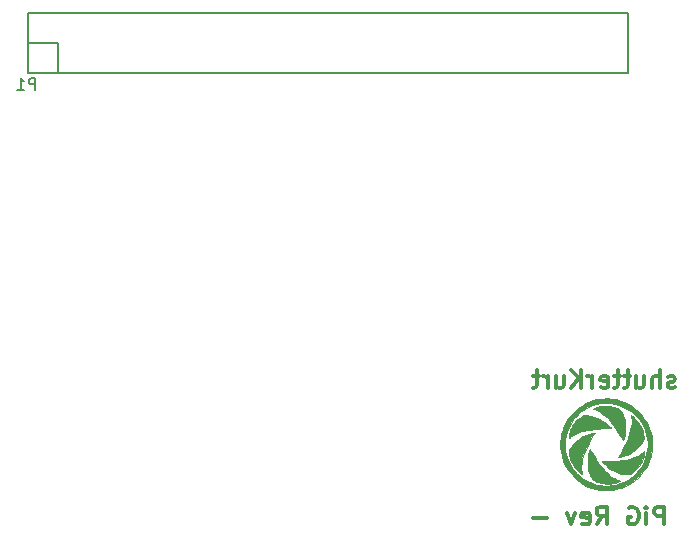
<source format=gbo>
G04 #@! TF.FileFunction,Legend,Bot*
%FSLAX46Y46*%
G04 Gerber Fmt 4.6, Leading zero omitted, Abs format (unit mm)*
G04 Created by KiCad (PCBNEW (2014-11-22 BZR 5299)-product) date Sun 01 Mar 2015 05:03:53 PM EST*
%MOMM*%
G01*
G04 APERTURE LIST*
%ADD10C,0.150000*%
%ADD11C,0.300000*%
%ADD12C,0.033000*%
G04 APERTURE END LIST*
D10*
D11*
X120899286Y-96111143D02*
X120756429Y-96182571D01*
X120470714Y-96182571D01*
X120327857Y-96111143D01*
X120256429Y-95968286D01*
X120256429Y-95896857D01*
X120327857Y-95754000D01*
X120470714Y-95682571D01*
X120685000Y-95682571D01*
X120827857Y-95611143D01*
X120899286Y-95468286D01*
X120899286Y-95396857D01*
X120827857Y-95254000D01*
X120685000Y-95182571D01*
X120470714Y-95182571D01*
X120327857Y-95254000D01*
X119613571Y-96182571D02*
X119613571Y-94682571D01*
X118970714Y-96182571D02*
X118970714Y-95396857D01*
X119042143Y-95254000D01*
X119185000Y-95182571D01*
X119399285Y-95182571D01*
X119542143Y-95254000D01*
X119613571Y-95325429D01*
X117613571Y-95182571D02*
X117613571Y-96182571D01*
X118256428Y-95182571D02*
X118256428Y-95968286D01*
X118185000Y-96111143D01*
X118042142Y-96182571D01*
X117827857Y-96182571D01*
X117685000Y-96111143D01*
X117613571Y-96039714D01*
X117113571Y-95182571D02*
X116542142Y-95182571D01*
X116899285Y-94682571D02*
X116899285Y-95968286D01*
X116827857Y-96111143D01*
X116684999Y-96182571D01*
X116542142Y-96182571D01*
X116256428Y-95182571D02*
X115684999Y-95182571D01*
X116042142Y-94682571D02*
X116042142Y-95968286D01*
X115970714Y-96111143D01*
X115827856Y-96182571D01*
X115684999Y-96182571D01*
X114613571Y-96111143D02*
X114756428Y-96182571D01*
X115042142Y-96182571D01*
X115184999Y-96111143D01*
X115256428Y-95968286D01*
X115256428Y-95396857D01*
X115184999Y-95254000D01*
X115042142Y-95182571D01*
X114756428Y-95182571D01*
X114613571Y-95254000D01*
X114542142Y-95396857D01*
X114542142Y-95539714D01*
X115256428Y-95682571D01*
X113899285Y-96182571D02*
X113899285Y-95182571D01*
X113899285Y-95468286D02*
X113827857Y-95325429D01*
X113756428Y-95254000D01*
X113613571Y-95182571D01*
X113470714Y-95182571D01*
X112970714Y-96182571D02*
X112970714Y-94682571D01*
X112113571Y-96182571D02*
X112756428Y-95325429D01*
X112113571Y-94682571D02*
X112970714Y-95539714D01*
X110827857Y-95182571D02*
X110827857Y-96182571D01*
X111470714Y-95182571D02*
X111470714Y-95968286D01*
X111399286Y-96111143D01*
X111256428Y-96182571D01*
X111042143Y-96182571D01*
X110899286Y-96111143D01*
X110827857Y-96039714D01*
X110113571Y-96182571D02*
X110113571Y-95182571D01*
X110113571Y-95468286D02*
X110042143Y-95325429D01*
X109970714Y-95254000D01*
X109827857Y-95182571D01*
X109685000Y-95182571D01*
X109399286Y-95182571D02*
X108827857Y-95182571D01*
X109185000Y-94682571D02*
X109185000Y-95968286D01*
X109113572Y-96111143D01*
X108970714Y-96182571D01*
X108827857Y-96182571D01*
X119962714Y-107739571D02*
X119962714Y-106239571D01*
X119391286Y-106239571D01*
X119248428Y-106311000D01*
X119177000Y-106382429D01*
X119105571Y-106525286D01*
X119105571Y-106739571D01*
X119177000Y-106882429D01*
X119248428Y-106953857D01*
X119391286Y-107025286D01*
X119962714Y-107025286D01*
X118462714Y-107739571D02*
X118462714Y-106739571D01*
X118462714Y-106239571D02*
X118534143Y-106311000D01*
X118462714Y-106382429D01*
X118391286Y-106311000D01*
X118462714Y-106239571D01*
X118462714Y-106382429D01*
X116962714Y-106311000D02*
X117105571Y-106239571D01*
X117319857Y-106239571D01*
X117534142Y-106311000D01*
X117677000Y-106453857D01*
X117748428Y-106596714D01*
X117819857Y-106882429D01*
X117819857Y-107096714D01*
X117748428Y-107382429D01*
X117677000Y-107525286D01*
X117534142Y-107668143D01*
X117319857Y-107739571D01*
X117177000Y-107739571D01*
X116962714Y-107668143D01*
X116891285Y-107596714D01*
X116891285Y-107096714D01*
X117177000Y-107096714D01*
X114248428Y-107739571D02*
X114748428Y-107025286D01*
X115105571Y-107739571D02*
X115105571Y-106239571D01*
X114534143Y-106239571D01*
X114391285Y-106311000D01*
X114319857Y-106382429D01*
X114248428Y-106525286D01*
X114248428Y-106739571D01*
X114319857Y-106882429D01*
X114391285Y-106953857D01*
X114534143Y-107025286D01*
X115105571Y-107025286D01*
X113034143Y-107668143D02*
X113177000Y-107739571D01*
X113462714Y-107739571D01*
X113605571Y-107668143D01*
X113677000Y-107525286D01*
X113677000Y-106953857D01*
X113605571Y-106811000D01*
X113462714Y-106739571D01*
X113177000Y-106739571D01*
X113034143Y-106811000D01*
X112962714Y-106953857D01*
X112962714Y-107096714D01*
X113677000Y-107239571D01*
X112462714Y-106739571D02*
X112105571Y-107739571D01*
X111748429Y-106739571D01*
X110034143Y-107168143D02*
X108891286Y-107168143D01*
D10*
X116900000Y-64460000D02*
X66100000Y-64460000D01*
X68640000Y-69540000D02*
X116900000Y-69540000D01*
X116900000Y-64460000D02*
X116900000Y-69540000D01*
X66100000Y-64460000D02*
X66100000Y-67000000D01*
X66100000Y-69540000D02*
X68640000Y-69540000D01*
X66100000Y-67000000D02*
X68640000Y-67000000D01*
X68640000Y-67000000D02*
X68640000Y-69540000D01*
X66100000Y-69540000D02*
X66100000Y-67000000D01*
D12*
G36*
X118946544Y-101096251D02*
X118941825Y-100732566D01*
X118903278Y-100372620D01*
X118831434Y-100018639D01*
X118726823Y-99672852D01*
X118589976Y-99337489D01*
X118567065Y-99293624D01*
X118567065Y-101118170D01*
X118535311Y-101456325D01*
X118470190Y-101791277D01*
X118371699Y-102120818D01*
X118239840Y-102442741D01*
X118074612Y-102754838D01*
X117876016Y-103054901D01*
X117855019Y-103083228D01*
X117778306Y-103178076D01*
X117680579Y-103287452D01*
X117569578Y-103403619D01*
X117453039Y-103518839D01*
X117338701Y-103625374D01*
X117234301Y-103715486D01*
X117180228Y-103758019D01*
X116881446Y-103959846D01*
X116570417Y-104128304D01*
X116249350Y-104263393D01*
X115920450Y-104365114D01*
X115585925Y-104433466D01*
X115247983Y-104468450D01*
X114908830Y-104470065D01*
X114570675Y-104438312D01*
X114235723Y-104373190D01*
X113906182Y-104274699D01*
X113584259Y-104142840D01*
X113272162Y-103977612D01*
X112972099Y-103779016D01*
X112943772Y-103758019D01*
X112848924Y-103681306D01*
X112739548Y-103583580D01*
X112623381Y-103472578D01*
X112508161Y-103356040D01*
X112401626Y-103241701D01*
X112311514Y-103137302D01*
X112268981Y-103083228D01*
X112067154Y-102784446D01*
X111898696Y-102473417D01*
X111763607Y-102152350D01*
X111661886Y-101823450D01*
X111593534Y-101488925D01*
X111558550Y-101150983D01*
X111556935Y-100811830D01*
X111588688Y-100473675D01*
X111653810Y-100138723D01*
X111752301Y-99809182D01*
X111884160Y-99487260D01*
X112049388Y-99175163D01*
X112247984Y-98875099D01*
X112268981Y-98846772D01*
X112345694Y-98751924D01*
X112443420Y-98642548D01*
X112554422Y-98526381D01*
X112670960Y-98411161D01*
X112785299Y-98304627D01*
X112889698Y-98214515D01*
X112943772Y-98171981D01*
X113240029Y-97971950D01*
X113550966Y-97803567D01*
X113874038Y-97667520D01*
X114206700Y-97564496D01*
X114546408Y-97495181D01*
X114890617Y-97460264D01*
X115236784Y-97460430D01*
X115492896Y-97483569D01*
X115847455Y-97547412D01*
X116190351Y-97645643D01*
X116520891Y-97777979D01*
X116838385Y-97944137D01*
X117142140Y-98143837D01*
X117180228Y-98171981D01*
X117275076Y-98248694D01*
X117384452Y-98346421D01*
X117500619Y-98457422D01*
X117615839Y-98573961D01*
X117722373Y-98688299D01*
X117812485Y-98792699D01*
X117855019Y-98846772D01*
X118056846Y-99145554D01*
X118225304Y-99456583D01*
X118360393Y-99777650D01*
X118462114Y-100106550D01*
X118530466Y-100441075D01*
X118565450Y-100779017D01*
X118567065Y-101118170D01*
X118567065Y-99293624D01*
X118421424Y-99014779D01*
X118221698Y-98706950D01*
X117991328Y-98416230D01*
X117807514Y-98219486D01*
X117529018Y-97966166D01*
X117231215Y-97743020D01*
X116916137Y-97550779D01*
X116585818Y-97390175D01*
X116242292Y-97261939D01*
X115887592Y-97166801D01*
X115523752Y-97105493D01*
X115152806Y-97078746D01*
X114776787Y-97087291D01*
X114680173Y-97095220D01*
X114322018Y-97146896D01*
X113972528Y-97232628D01*
X113633855Y-97350693D01*
X113308151Y-97499370D01*
X112997565Y-97676938D01*
X112704250Y-97881676D01*
X112430357Y-98111863D01*
X112178037Y-98365776D01*
X111949441Y-98641696D01*
X111746721Y-98937900D01*
X111572027Y-99252667D01*
X111427512Y-99584277D01*
X111371576Y-99742561D01*
X111271626Y-100104084D01*
X111207096Y-100468557D01*
X111177456Y-100833749D01*
X111182175Y-101197434D01*
X111220722Y-101557381D01*
X111292566Y-101911362D01*
X111397177Y-102257148D01*
X111534023Y-102592511D01*
X111702575Y-102915221D01*
X111902302Y-103223051D01*
X112132672Y-103513770D01*
X112316486Y-103710514D01*
X112593417Y-103962342D01*
X112889625Y-104184292D01*
X113202850Y-104375683D01*
X113530832Y-104535831D01*
X113871311Y-104664055D01*
X114222028Y-104759673D01*
X114580721Y-104822002D01*
X114945130Y-104850360D01*
X115312997Y-104844066D01*
X115682060Y-104802435D01*
X115838975Y-104773824D01*
X116193429Y-104683532D01*
X116535672Y-104560315D01*
X116863619Y-104406025D01*
X117175187Y-104222511D01*
X117468290Y-104011623D01*
X117740847Y-103775212D01*
X117990771Y-103515127D01*
X118215979Y-103233219D01*
X118414387Y-102931338D01*
X118583911Y-102611334D01*
X118722467Y-102275056D01*
X118752424Y-102187440D01*
X118852374Y-101825916D01*
X118916904Y-101461444D01*
X118946544Y-101096251D01*
X118946544Y-101096251D01*
X118946544Y-101096251D01*
G37*
X118946544Y-101096251D02*
X118941825Y-100732566D01*
X118903278Y-100372620D01*
X118831434Y-100018639D01*
X118726823Y-99672852D01*
X118589976Y-99337489D01*
X118567065Y-99293624D01*
X118567065Y-101118170D01*
X118535311Y-101456325D01*
X118470190Y-101791277D01*
X118371699Y-102120818D01*
X118239840Y-102442741D01*
X118074612Y-102754838D01*
X117876016Y-103054901D01*
X117855019Y-103083228D01*
X117778306Y-103178076D01*
X117680579Y-103287452D01*
X117569578Y-103403619D01*
X117453039Y-103518839D01*
X117338701Y-103625374D01*
X117234301Y-103715486D01*
X117180228Y-103758019D01*
X116881446Y-103959846D01*
X116570417Y-104128304D01*
X116249350Y-104263393D01*
X115920450Y-104365114D01*
X115585925Y-104433466D01*
X115247983Y-104468450D01*
X114908830Y-104470065D01*
X114570675Y-104438312D01*
X114235723Y-104373190D01*
X113906182Y-104274699D01*
X113584259Y-104142840D01*
X113272162Y-103977612D01*
X112972099Y-103779016D01*
X112943772Y-103758019D01*
X112848924Y-103681306D01*
X112739548Y-103583580D01*
X112623381Y-103472578D01*
X112508161Y-103356040D01*
X112401626Y-103241701D01*
X112311514Y-103137302D01*
X112268981Y-103083228D01*
X112067154Y-102784446D01*
X111898696Y-102473417D01*
X111763607Y-102152350D01*
X111661886Y-101823450D01*
X111593534Y-101488925D01*
X111558550Y-101150983D01*
X111556935Y-100811830D01*
X111588688Y-100473675D01*
X111653810Y-100138723D01*
X111752301Y-99809182D01*
X111884160Y-99487260D01*
X112049388Y-99175163D01*
X112247984Y-98875099D01*
X112268981Y-98846772D01*
X112345694Y-98751924D01*
X112443420Y-98642548D01*
X112554422Y-98526381D01*
X112670960Y-98411161D01*
X112785299Y-98304627D01*
X112889698Y-98214515D01*
X112943772Y-98171981D01*
X113240029Y-97971950D01*
X113550966Y-97803567D01*
X113874038Y-97667520D01*
X114206700Y-97564496D01*
X114546408Y-97495181D01*
X114890617Y-97460264D01*
X115236784Y-97460430D01*
X115492896Y-97483569D01*
X115847455Y-97547412D01*
X116190351Y-97645643D01*
X116520891Y-97777979D01*
X116838385Y-97944137D01*
X117142140Y-98143837D01*
X117180228Y-98171981D01*
X117275076Y-98248694D01*
X117384452Y-98346421D01*
X117500619Y-98457422D01*
X117615839Y-98573961D01*
X117722373Y-98688299D01*
X117812485Y-98792699D01*
X117855019Y-98846772D01*
X118056846Y-99145554D01*
X118225304Y-99456583D01*
X118360393Y-99777650D01*
X118462114Y-100106550D01*
X118530466Y-100441075D01*
X118565450Y-100779017D01*
X118567065Y-101118170D01*
X118567065Y-99293624D01*
X118421424Y-99014779D01*
X118221698Y-98706950D01*
X117991328Y-98416230D01*
X117807514Y-98219486D01*
X117529018Y-97966166D01*
X117231215Y-97743020D01*
X116916137Y-97550779D01*
X116585818Y-97390175D01*
X116242292Y-97261939D01*
X115887592Y-97166801D01*
X115523752Y-97105493D01*
X115152806Y-97078746D01*
X114776787Y-97087291D01*
X114680173Y-97095220D01*
X114322018Y-97146896D01*
X113972528Y-97232628D01*
X113633855Y-97350693D01*
X113308151Y-97499370D01*
X112997565Y-97676938D01*
X112704250Y-97881676D01*
X112430357Y-98111863D01*
X112178037Y-98365776D01*
X111949441Y-98641696D01*
X111746721Y-98937900D01*
X111572027Y-99252667D01*
X111427512Y-99584277D01*
X111371576Y-99742561D01*
X111271626Y-100104084D01*
X111207096Y-100468557D01*
X111177456Y-100833749D01*
X111182175Y-101197434D01*
X111220722Y-101557381D01*
X111292566Y-101911362D01*
X111397177Y-102257148D01*
X111534023Y-102592511D01*
X111702575Y-102915221D01*
X111902302Y-103223051D01*
X112132672Y-103513770D01*
X112316486Y-103710514D01*
X112593417Y-103962342D01*
X112889625Y-104184292D01*
X113202850Y-104375683D01*
X113530832Y-104535831D01*
X113871311Y-104664055D01*
X114222028Y-104759673D01*
X114580721Y-104822002D01*
X114945130Y-104850360D01*
X115312997Y-104844066D01*
X115682060Y-104802435D01*
X115838975Y-104773824D01*
X116193429Y-104683532D01*
X116535672Y-104560315D01*
X116863619Y-104406025D01*
X117175187Y-104222511D01*
X117468290Y-104011623D01*
X117740847Y-103775212D01*
X117990771Y-103515127D01*
X118215979Y-103233219D01*
X118414387Y-102931338D01*
X118583911Y-102611334D01*
X118722467Y-102275056D01*
X118752424Y-102187440D01*
X118852374Y-101825916D01*
X118916904Y-101461444D01*
X118946544Y-101096251D01*
X118946544Y-101096251D01*
G36*
X116696284Y-99624606D02*
X116685377Y-99305922D01*
X116641033Y-98990735D01*
X116563473Y-98684422D01*
X116551368Y-98646768D01*
X116512191Y-98538382D01*
X116465438Y-98425710D01*
X116414436Y-98315303D01*
X116362517Y-98213712D01*
X116313009Y-98127489D01*
X116269240Y-98063183D01*
X116237744Y-98029641D01*
X116143489Y-97969424D01*
X116021731Y-97909217D01*
X115881191Y-97852208D01*
X115730592Y-97801586D01*
X115578654Y-97760540D01*
X115434100Y-97732256D01*
X115417747Y-97729883D01*
X115348892Y-97723294D01*
X115254378Y-97718287D01*
X115143810Y-97714954D01*
X115026791Y-97713391D01*
X114912926Y-97713692D01*
X114811820Y-97715950D01*
X114733076Y-97720261D01*
X114707447Y-97722903D01*
X114513450Y-97756795D01*
X114320237Y-97806721D01*
X114140428Y-97869005D01*
X114017269Y-97923966D01*
X113927104Y-97969398D01*
X114076956Y-98012661D01*
X114290366Y-98091851D01*
X114507177Y-98207131D01*
X114727276Y-98358397D01*
X114950550Y-98545544D01*
X115176887Y-98768468D01*
X115406175Y-99027064D01*
X115638303Y-99321228D01*
X115873157Y-99650856D01*
X115931917Y-99738242D01*
X116011286Y-99859759D01*
X116095322Y-99992172D01*
X116177808Y-100125428D01*
X116252528Y-100249475D01*
X116313263Y-100354263D01*
X116316573Y-100360157D01*
X116367533Y-100449977D01*
X116412849Y-100527666D01*
X116449418Y-100588078D01*
X116474137Y-100626071D01*
X116483452Y-100636894D01*
X116497647Y-100620931D01*
X116518290Y-100575749D01*
X116543264Y-100507468D01*
X116570454Y-100422210D01*
X116597742Y-100326097D01*
X116616909Y-100250943D01*
X116673535Y-99941406D01*
X116696284Y-99624606D01*
X116696284Y-99624606D01*
X116696284Y-99624606D01*
G37*
X116696284Y-99624606D02*
X116685377Y-99305922D01*
X116641033Y-98990735D01*
X116563473Y-98684422D01*
X116551368Y-98646768D01*
X116512191Y-98538382D01*
X116465438Y-98425710D01*
X116414436Y-98315303D01*
X116362517Y-98213712D01*
X116313009Y-98127489D01*
X116269240Y-98063183D01*
X116237744Y-98029641D01*
X116143489Y-97969424D01*
X116021731Y-97909217D01*
X115881191Y-97852208D01*
X115730592Y-97801586D01*
X115578654Y-97760540D01*
X115434100Y-97732256D01*
X115417747Y-97729883D01*
X115348892Y-97723294D01*
X115254378Y-97718287D01*
X115143810Y-97714954D01*
X115026791Y-97713391D01*
X114912926Y-97713692D01*
X114811820Y-97715950D01*
X114733076Y-97720261D01*
X114707447Y-97722903D01*
X114513450Y-97756795D01*
X114320237Y-97806721D01*
X114140428Y-97869005D01*
X114017269Y-97923966D01*
X113927104Y-97969398D01*
X114076956Y-98012661D01*
X114290366Y-98091851D01*
X114507177Y-98207131D01*
X114727276Y-98358397D01*
X114950550Y-98545544D01*
X115176887Y-98768468D01*
X115406175Y-99027064D01*
X115638303Y-99321228D01*
X115873157Y-99650856D01*
X115931917Y-99738242D01*
X116011286Y-99859759D01*
X116095322Y-99992172D01*
X116177808Y-100125428D01*
X116252528Y-100249475D01*
X116313263Y-100354263D01*
X116316573Y-100360157D01*
X116367533Y-100449977D01*
X116412849Y-100527666D01*
X116449418Y-100588078D01*
X116474137Y-100626071D01*
X116483452Y-100636894D01*
X116497647Y-100620931D01*
X116518290Y-100575749D01*
X116543264Y-100507468D01*
X116570454Y-100422210D01*
X116597742Y-100326097D01*
X116616909Y-100250943D01*
X116673535Y-99941406D01*
X116696284Y-99624606D01*
X116696284Y-99624606D01*
G36*
X115480191Y-99600889D02*
X115467178Y-99577903D01*
X115431241Y-99535621D01*
X115377028Y-99478451D01*
X115309190Y-99410803D01*
X115232377Y-99337087D01*
X115151238Y-99261713D01*
X115070424Y-99189089D01*
X114994583Y-99123626D01*
X114928366Y-99069734D01*
X114889589Y-99040803D01*
X114613558Y-98866835D01*
X114328498Y-98727569D01*
X114031983Y-98622130D01*
X113721584Y-98549645D01*
X113418415Y-98511049D01*
X113328734Y-98503985D01*
X113251635Y-98498170D01*
X113194654Y-98494155D01*
X113165329Y-98492490D01*
X113163864Y-98492475D01*
X113139565Y-98500828D01*
X113092333Y-98522856D01*
X113030923Y-98554390D01*
X113008197Y-98566629D01*
X112809131Y-98694820D01*
X112621597Y-98854728D01*
X112448380Y-99042776D01*
X112292265Y-99255384D01*
X112156037Y-99488972D01*
X112042481Y-99739963D01*
X111996351Y-99867041D01*
X111972977Y-99944884D01*
X111949840Y-100035890D01*
X111928210Y-100133103D01*
X111909354Y-100229568D01*
X111894541Y-100318331D01*
X111885040Y-100392436D01*
X111882120Y-100444928D01*
X111886649Y-100468496D01*
X111903962Y-100462046D01*
X111940399Y-100435004D01*
X111989364Y-100392481D01*
X112011858Y-100371445D01*
X112100390Y-100291070D01*
X112184987Y-100224676D01*
X112276517Y-100164835D01*
X112385846Y-100104118D01*
X112452852Y-100069976D01*
X112618857Y-99992425D01*
X112784860Y-99926485D01*
X112960390Y-99868976D01*
X113154971Y-99816720D01*
X113334690Y-99775718D01*
X113666443Y-99714000D01*
X114013054Y-99668137D01*
X114379737Y-99637643D01*
X114771703Y-99622033D01*
X115011999Y-99619607D01*
X115174315Y-99618857D01*
X115302873Y-99616692D01*
X115397048Y-99613138D01*
X115456221Y-99608218D01*
X115479769Y-99601959D01*
X115480191Y-99600889D01*
X115480191Y-99600889D01*
X115480191Y-99600889D01*
G37*
X115480191Y-99600889D02*
X115467178Y-99577903D01*
X115431241Y-99535621D01*
X115377028Y-99478451D01*
X115309190Y-99410803D01*
X115232377Y-99337087D01*
X115151238Y-99261713D01*
X115070424Y-99189089D01*
X114994583Y-99123626D01*
X114928366Y-99069734D01*
X114889589Y-99040803D01*
X114613558Y-98866835D01*
X114328498Y-98727569D01*
X114031983Y-98622130D01*
X113721584Y-98549645D01*
X113418415Y-98511049D01*
X113328734Y-98503985D01*
X113251635Y-98498170D01*
X113194654Y-98494155D01*
X113165329Y-98492490D01*
X113163864Y-98492475D01*
X113139565Y-98500828D01*
X113092333Y-98522856D01*
X113030923Y-98554390D01*
X113008197Y-98566629D01*
X112809131Y-98694820D01*
X112621597Y-98854728D01*
X112448380Y-99042776D01*
X112292265Y-99255384D01*
X112156037Y-99488972D01*
X112042481Y-99739963D01*
X111996351Y-99867041D01*
X111972977Y-99944884D01*
X111949840Y-100035890D01*
X111928210Y-100133103D01*
X111909354Y-100229568D01*
X111894541Y-100318331D01*
X111885040Y-100392436D01*
X111882120Y-100444928D01*
X111886649Y-100468496D01*
X111903962Y-100462046D01*
X111940399Y-100435004D01*
X111989364Y-100392481D01*
X112011858Y-100371445D01*
X112100390Y-100291070D01*
X112184987Y-100224676D01*
X112276517Y-100164835D01*
X112385846Y-100104118D01*
X112452852Y-100069976D01*
X112618857Y-99992425D01*
X112784860Y-99926485D01*
X112960390Y-99868976D01*
X113154971Y-99816720D01*
X113334690Y-99775718D01*
X113666443Y-99714000D01*
X114013054Y-99668137D01*
X114379737Y-99637643D01*
X114771703Y-99622033D01*
X115011999Y-99619607D01*
X115174315Y-99618857D01*
X115302873Y-99616692D01*
X115397048Y-99613138D01*
X115456221Y-99608218D01*
X115479769Y-99601959D01*
X115480191Y-99600889D01*
X115480191Y-99600889D01*
G36*
X118232837Y-100383994D02*
X118232556Y-100355896D01*
X118221883Y-100168945D01*
X118192700Y-99989223D01*
X118142757Y-99807822D01*
X118069801Y-99615831D01*
X118014604Y-99493027D01*
X117902663Y-99283623D01*
X117769469Y-99081905D01*
X117620611Y-98894816D01*
X117461675Y-98729299D01*
X117298249Y-98592297D01*
X117277921Y-98577620D01*
X117208891Y-98529838D01*
X117164877Y-98502783D01*
X117142164Y-98494887D01*
X117137039Y-98504582D01*
X117141572Y-98520077D01*
X117151879Y-98551556D01*
X117167995Y-98605572D01*
X117183777Y-98660989D01*
X117198316Y-98737360D01*
X117208507Y-98840655D01*
X117214261Y-98961684D01*
X117215487Y-99091257D01*
X117212096Y-99220183D01*
X117203996Y-99339272D01*
X117191385Y-99437694D01*
X117118826Y-99774298D01*
X117015016Y-100127396D01*
X116880456Y-100495763D01*
X116715651Y-100878174D01*
X116521102Y-101273402D01*
X116297313Y-101680221D01*
X116212078Y-101825277D01*
X116168423Y-101900352D01*
X116133735Y-101963825D01*
X116111250Y-102009482D01*
X116104204Y-102031108D01*
X116104538Y-102031781D01*
X116127177Y-102033352D01*
X116177644Y-102026439D01*
X116248835Y-102012681D01*
X116333652Y-101993716D01*
X116424994Y-101971184D01*
X116515760Y-101946723D01*
X116598850Y-101921973D01*
X116641680Y-101907799D01*
X116815348Y-101839243D01*
X116999472Y-101752379D01*
X117179589Y-101654646D01*
X117341233Y-101553481D01*
X117371141Y-101532735D01*
X117536720Y-101403264D01*
X117702683Y-101250898D01*
X117861586Y-101083758D01*
X118005987Y-100909964D01*
X118128445Y-100737636D01*
X118184251Y-100645529D01*
X118206650Y-100603282D01*
X118221114Y-100565563D01*
X118229237Y-100522813D01*
X118232614Y-100465476D01*
X118232837Y-100383994D01*
X118232837Y-100383994D01*
X118232837Y-100383994D01*
G37*
X118232837Y-100383994D02*
X118232556Y-100355896D01*
X118221883Y-100168945D01*
X118192700Y-99989223D01*
X118142757Y-99807822D01*
X118069801Y-99615831D01*
X118014604Y-99493027D01*
X117902663Y-99283623D01*
X117769469Y-99081905D01*
X117620611Y-98894816D01*
X117461675Y-98729299D01*
X117298249Y-98592297D01*
X117277921Y-98577620D01*
X117208891Y-98529838D01*
X117164877Y-98502783D01*
X117142164Y-98494887D01*
X117137039Y-98504582D01*
X117141572Y-98520077D01*
X117151879Y-98551556D01*
X117167995Y-98605572D01*
X117183777Y-98660989D01*
X117198316Y-98737360D01*
X117208507Y-98840655D01*
X117214261Y-98961684D01*
X117215487Y-99091257D01*
X117212096Y-99220183D01*
X117203996Y-99339272D01*
X117191385Y-99437694D01*
X117118826Y-99774298D01*
X117015016Y-100127396D01*
X116880456Y-100495763D01*
X116715651Y-100878174D01*
X116521102Y-101273402D01*
X116297313Y-101680221D01*
X116212078Y-101825277D01*
X116168423Y-101900352D01*
X116133735Y-101963825D01*
X116111250Y-102009482D01*
X116104204Y-102031108D01*
X116104538Y-102031781D01*
X116127177Y-102033352D01*
X116177644Y-102026439D01*
X116248835Y-102012681D01*
X116333652Y-101993716D01*
X116424994Y-101971184D01*
X116515760Y-101946723D01*
X116598850Y-101921973D01*
X116641680Y-101907799D01*
X116815348Y-101839243D01*
X116999472Y-101752379D01*
X117179589Y-101654646D01*
X117341233Y-101553481D01*
X117371141Y-101532735D01*
X117536720Y-101403264D01*
X117702683Y-101250898D01*
X117861586Y-101083758D01*
X118005987Y-100909964D01*
X118128445Y-100737636D01*
X118184251Y-100645529D01*
X118206650Y-100603282D01*
X118221114Y-100565563D01*
X118229237Y-100522813D01*
X118232614Y-100465476D01*
X118232837Y-100383994D01*
X118232837Y-100383994D01*
G36*
X114080161Y-99974680D02*
X114075899Y-99968437D01*
X114059348Y-99967123D01*
X114024862Y-99971479D01*
X113966793Y-99982248D01*
X113879492Y-100000173D01*
X113868264Y-100002529D01*
X113610104Y-100071777D01*
X113348438Y-100170213D01*
X113093469Y-100293344D01*
X112855402Y-100436675D01*
X112807406Y-100469699D01*
X112632760Y-100606314D01*
X112458070Y-100767814D01*
X112293160Y-100944083D01*
X112147858Y-101125008D01*
X112088407Y-101209866D01*
X111943750Y-101427458D01*
X111946338Y-101655330D01*
X111956793Y-101842130D01*
X111985401Y-102020572D01*
X112034662Y-102202599D01*
X112097258Y-102375669D01*
X112193681Y-102584202D01*
X112314857Y-102790716D01*
X112455394Y-102988230D01*
X112609899Y-103169762D01*
X112772981Y-103328330D01*
X112924899Y-103447205D01*
X112976831Y-103480761D01*
X113016425Y-103502232D01*
X113035160Y-103507001D01*
X113035197Y-103506966D01*
X113036100Y-103485145D01*
X113024955Y-103445836D01*
X113024577Y-103444848D01*
X112985204Y-103305587D01*
X112962448Y-103139310D01*
X112956182Y-102951281D01*
X112966279Y-102746767D01*
X112992613Y-102531030D01*
X113035058Y-102309337D01*
X113053757Y-102231067D01*
X113129211Y-101968170D01*
X113227829Y-101684562D01*
X113347290Y-101385471D01*
X113485271Y-101076123D01*
X113639448Y-100761744D01*
X113807499Y-100447562D01*
X113973649Y-100161047D01*
X114016021Y-100089961D01*
X114050401Y-100030750D01*
X114073007Y-99990031D01*
X114080161Y-99974680D01*
X114080161Y-99974680D01*
X114080161Y-99974680D01*
G37*
X114080161Y-99974680D02*
X114075899Y-99968437D01*
X114059348Y-99967123D01*
X114024862Y-99971479D01*
X113966793Y-99982248D01*
X113879492Y-100000173D01*
X113868264Y-100002529D01*
X113610104Y-100071777D01*
X113348438Y-100170213D01*
X113093469Y-100293344D01*
X112855402Y-100436675D01*
X112807406Y-100469699D01*
X112632760Y-100606314D01*
X112458070Y-100767814D01*
X112293160Y-100944083D01*
X112147858Y-101125008D01*
X112088407Y-101209866D01*
X111943750Y-101427458D01*
X111946338Y-101655330D01*
X111956793Y-101842130D01*
X111985401Y-102020572D01*
X112034662Y-102202599D01*
X112097258Y-102375669D01*
X112193681Y-102584202D01*
X112314857Y-102790716D01*
X112455394Y-102988230D01*
X112609899Y-103169762D01*
X112772981Y-103328330D01*
X112924899Y-103447205D01*
X112976831Y-103480761D01*
X113016425Y-103502232D01*
X113035160Y-103507001D01*
X113035197Y-103506966D01*
X113036100Y-103485145D01*
X113024955Y-103445836D01*
X113024577Y-103444848D01*
X112985204Y-103305587D01*
X112962448Y-103139310D01*
X112956182Y-102951281D01*
X112966279Y-102746767D01*
X112992613Y-102531030D01*
X113035058Y-102309337D01*
X113053757Y-102231067D01*
X113129211Y-101968170D01*
X113227829Y-101684562D01*
X113347290Y-101385471D01*
X113485271Y-101076123D01*
X113639448Y-100761744D01*
X113807499Y-100447562D01*
X113973649Y-100161047D01*
X114016021Y-100089961D01*
X114050401Y-100030750D01*
X114073007Y-99990031D01*
X114080161Y-99974680D01*
X114080161Y-99974680D01*
G36*
X116252935Y-104033957D02*
X116107477Y-103993224D01*
X115972605Y-103951192D01*
X115857254Y-103904201D01*
X115744673Y-103844710D01*
X115656392Y-103790205D01*
X115420084Y-103620857D01*
X115183976Y-103417604D01*
X114947580Y-103179930D01*
X114710407Y-102907322D01*
X114471970Y-102599266D01*
X114312187Y-102374121D01*
X114244512Y-102273060D01*
X114167527Y-102153845D01*
X114085679Y-102023752D01*
X114003410Y-101890053D01*
X113925165Y-101760024D01*
X113855389Y-101640939D01*
X113798527Y-101540070D01*
X113770640Y-101487806D01*
X113733818Y-101419321D01*
X113708155Y-101380267D01*
X113690223Y-101366763D01*
X113676594Y-101374931D01*
X113674189Y-101378645D01*
X113659475Y-101413227D01*
X113638619Y-101474958D01*
X113613960Y-101555626D01*
X113587838Y-101647019D01*
X113562592Y-101740925D01*
X113540561Y-101829133D01*
X113524084Y-101903429D01*
X113522697Y-101910475D01*
X113505298Y-102031397D01*
X113493743Y-102177793D01*
X113487958Y-102340185D01*
X113487873Y-102509099D01*
X113493415Y-102675058D01*
X113504512Y-102828587D01*
X113521094Y-102960209D01*
X113531057Y-103013186D01*
X113566324Y-103155855D01*
X113610510Y-103302754D01*
X113661270Y-103448386D01*
X113716253Y-103587254D01*
X113773113Y-103713861D01*
X113829500Y-103822710D01*
X113883065Y-103908305D01*
X113931461Y-103965148D01*
X113941239Y-103973293D01*
X114013639Y-104020521D01*
X114109885Y-104072330D01*
X114218843Y-104123355D01*
X114329379Y-104168235D01*
X114389737Y-104189308D01*
X114588037Y-104242062D01*
X114800773Y-104275628D01*
X115035403Y-104291035D01*
X115135551Y-104292345D01*
X115393273Y-104282805D01*
X115626513Y-104253292D01*
X115842019Y-104202469D01*
X116046535Y-104128997D01*
X116116568Y-104097777D01*
X116252935Y-104033957D01*
X116252935Y-104033957D01*
X116252935Y-104033957D01*
G37*
X116252935Y-104033957D02*
X116107477Y-103993224D01*
X115972605Y-103951192D01*
X115857254Y-103904201D01*
X115744673Y-103844710D01*
X115656392Y-103790205D01*
X115420084Y-103620857D01*
X115183976Y-103417604D01*
X114947580Y-103179930D01*
X114710407Y-102907322D01*
X114471970Y-102599266D01*
X114312187Y-102374121D01*
X114244512Y-102273060D01*
X114167527Y-102153845D01*
X114085679Y-102023752D01*
X114003410Y-101890053D01*
X113925165Y-101760024D01*
X113855389Y-101640939D01*
X113798527Y-101540070D01*
X113770640Y-101487806D01*
X113733818Y-101419321D01*
X113708155Y-101380267D01*
X113690223Y-101366763D01*
X113676594Y-101374931D01*
X113674189Y-101378645D01*
X113659475Y-101413227D01*
X113638619Y-101474958D01*
X113613960Y-101555626D01*
X113587838Y-101647019D01*
X113562592Y-101740925D01*
X113540561Y-101829133D01*
X113524084Y-101903429D01*
X113522697Y-101910475D01*
X113505298Y-102031397D01*
X113493743Y-102177793D01*
X113487958Y-102340185D01*
X113487873Y-102509099D01*
X113493415Y-102675058D01*
X113504512Y-102828587D01*
X113521094Y-102960209D01*
X113531057Y-103013186D01*
X113566324Y-103155855D01*
X113610510Y-103302754D01*
X113661270Y-103448386D01*
X113716253Y-103587254D01*
X113773113Y-103713861D01*
X113829500Y-103822710D01*
X113883065Y-103908305D01*
X113931461Y-103965148D01*
X113941239Y-103973293D01*
X114013639Y-104020521D01*
X114109885Y-104072330D01*
X114218843Y-104123355D01*
X114329379Y-104168235D01*
X114389737Y-104189308D01*
X114588037Y-104242062D01*
X114800773Y-104275628D01*
X115035403Y-104291035D01*
X115135551Y-104292345D01*
X115393273Y-104282805D01*
X115626513Y-104253292D01*
X115842019Y-104202469D01*
X116046535Y-104128997D01*
X116116568Y-104097777D01*
X116252935Y-104033957D01*
X116252935Y-104033957D01*
G36*
X118289946Y-101577386D02*
X118288412Y-101537695D01*
X118283180Y-101528649D01*
X118264434Y-101540748D01*
X118228889Y-101572319D01*
X118188581Y-101612134D01*
X118069204Y-101719795D01*
X117925728Y-101820475D01*
X117753015Y-101917619D01*
X117677932Y-101954666D01*
X117399529Y-102071057D01*
X117090202Y-102169106D01*
X116749860Y-102248827D01*
X116378413Y-102310237D01*
X115975771Y-102353351D01*
X115541845Y-102378184D01*
X115149128Y-102384929D01*
X115002763Y-102385691D01*
X114882228Y-102387774D01*
X114789965Y-102391080D01*
X114728421Y-102395514D01*
X114700039Y-102400977D01*
X114698356Y-102402835D01*
X114711205Y-102425002D01*
X114746626Y-102466695D01*
X114799921Y-102523375D01*
X114866397Y-102590506D01*
X114941361Y-102663550D01*
X115020116Y-102737970D01*
X115097968Y-102809228D01*
X115170224Y-102872786D01*
X115232188Y-102924109D01*
X115258555Y-102944286D01*
X115516568Y-103113561D01*
X115788333Y-103251949D01*
X116076172Y-103360262D01*
X116382407Y-103439311D01*
X116709357Y-103489909D01*
X116856254Y-103503075D01*
X117023199Y-103515006D01*
X117165351Y-103438349D01*
X117360139Y-103315410D01*
X117541363Y-103163346D01*
X117711343Y-102979946D01*
X117871929Y-102763689D01*
X117995314Y-102559975D01*
X118100834Y-102345174D01*
X118184726Y-102128288D01*
X118243230Y-101918321D01*
X118258770Y-101837746D01*
X118274724Y-101732493D01*
X118285249Y-101644012D01*
X118289946Y-101577386D01*
X118289946Y-101577386D01*
X118289946Y-101577386D01*
G37*
X118289946Y-101577386D02*
X118288412Y-101537695D01*
X118283180Y-101528649D01*
X118264434Y-101540748D01*
X118228889Y-101572319D01*
X118188581Y-101612134D01*
X118069204Y-101719795D01*
X117925728Y-101820475D01*
X117753015Y-101917619D01*
X117677932Y-101954666D01*
X117399529Y-102071057D01*
X117090202Y-102169106D01*
X116749860Y-102248827D01*
X116378413Y-102310237D01*
X115975771Y-102353351D01*
X115541845Y-102378184D01*
X115149128Y-102384929D01*
X115002763Y-102385691D01*
X114882228Y-102387774D01*
X114789965Y-102391080D01*
X114728421Y-102395514D01*
X114700039Y-102400977D01*
X114698356Y-102402835D01*
X114711205Y-102425002D01*
X114746626Y-102466695D01*
X114799921Y-102523375D01*
X114866397Y-102590506D01*
X114941361Y-102663550D01*
X115020116Y-102737970D01*
X115097968Y-102809228D01*
X115170224Y-102872786D01*
X115232188Y-102924109D01*
X115258555Y-102944286D01*
X115516568Y-103113561D01*
X115788333Y-103251949D01*
X116076172Y-103360262D01*
X116382407Y-103439311D01*
X116709357Y-103489909D01*
X116856254Y-103503075D01*
X117023199Y-103515006D01*
X117165351Y-103438349D01*
X117360139Y-103315410D01*
X117541363Y-103163346D01*
X117711343Y-102979946D01*
X117871929Y-102763689D01*
X117995314Y-102559975D01*
X118100834Y-102345174D01*
X118184726Y-102128288D01*
X118243230Y-101918321D01*
X118258770Y-101837746D01*
X118274724Y-101732493D01*
X118285249Y-101644012D01*
X118289946Y-101577386D01*
X118289946Y-101577386D01*
D10*
X66738095Y-70952381D02*
X66738095Y-69952381D01*
X66357142Y-69952381D01*
X66261904Y-70000000D01*
X66214285Y-70047619D01*
X66166666Y-70142857D01*
X66166666Y-70285714D01*
X66214285Y-70380952D01*
X66261904Y-70428571D01*
X66357142Y-70476190D01*
X66738095Y-70476190D01*
X65214285Y-70952381D02*
X65785714Y-70952381D01*
X65500000Y-70952381D02*
X65500000Y-69952381D01*
X65595238Y-70095238D01*
X65690476Y-70190476D01*
X65785714Y-70238095D01*
M02*

</source>
